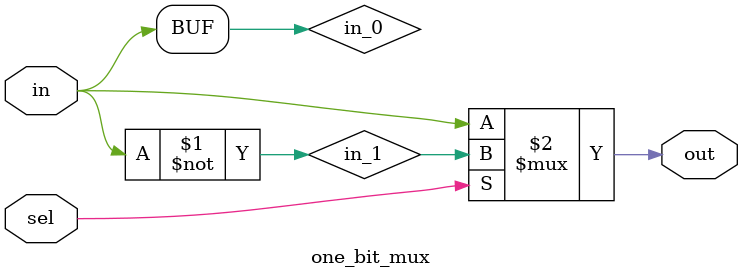
<source format=v>
`timescale 1ns / 1ps


module one_bit_mux(
    sel, 
    in,
    out 
    );
    
    input sel;
    input in;
wire in_0 = in;
wire in_1 = ~in;

output out;

assign out = (sel) ? in_1 : in_0;
endmodule

</source>
